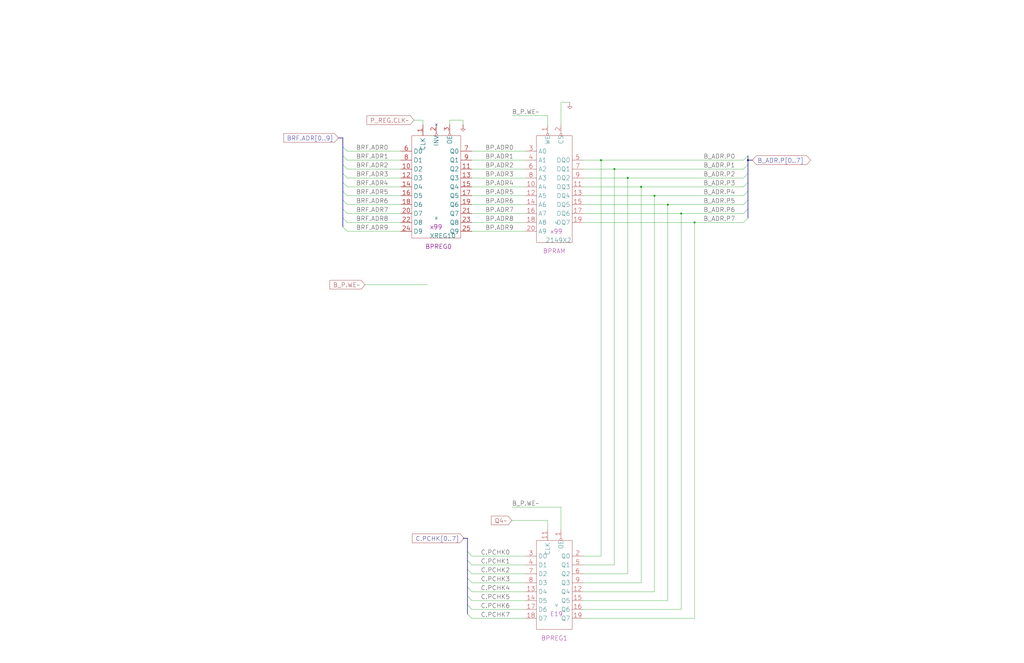
<source format=kicad_sch>
(kicad_sch (version 20220404) (generator eeschema)
  (paper "User" 584.2 378.46)
  (title_block (title "REGISTER FILE B PARITY") (date "22-MAR-90") (rev "1.0") (comment 1 "VALUE") (comment 2 "232-003063") (comment 3 "S400") (comment 4 "RELEASED"))
  (lib_symbols
    (symbol "r1000:2149X2" (pin_names (offset 1.016))
      (property "Reference" "U" (at 2.54 5.08 0))
      (property "Value" "2149X2" (at -3.81 -5.08 0))
      (property "Location" "___" (at -1.27 0 0))
      (property "Name" "______" (at 1.27 -12.7 0))
      (symbol "2149X2_1_1"
        (rectangle (start -8.89 54.61) (end 11.43 -6.35))
        (circle (center -2.54 55.245) (radius 0.635))
        (circle (center 5.08 55.245) (radius 0.635))
        (pin input line (at -2.54 60.96 270) (length 5.08) (name "WE") (number "1"))
        (pin input line (at -15.24 25.4 0) (length 6.35) (name "A4") (number "10"))
        (pin bidirectional line (at 17.78 25.4 180) (length 6.35) (name "DQ3") (number "11"))
        (pin input line (at -15.24 20.32 0) (length 6.35) (name "A5") (number "12"))
        (pin bidirectional line (at 17.78 20.32 180) (length 6.35) (name "DQ4") (number "13"))
        (pin input line (at -15.24 15.24 0) (length 6.35) (name "A6") (number "14"))
        (pin bidirectional line (at 17.78 15.24 180) (length 6.35) (name "DQ5") (number "15"))
        (pin input line (at -15.24 10.16 0) (length 6.35) (name "A7") (number "16"))
        (pin bidirectional line (at 17.78 10.16 180) (length 6.35) (name "DQ6") (number "17"))
        (pin input line (at -15.24 5.08 0) (length 6.35) (name "A8") (number "18"))
        (pin bidirectional line (at 17.78 5.08 180) (length 6.35) (name "DQ7") (number "19"))
        (pin input line (at 5.08 60.96 270) (length 5.08) (name "CS") (number "2"))
        (pin input line (at -15.24 0 0) (length 6.35) (name "A9") (number "20"))
        (pin input line (at -15.24 45.72 0) (length 6.35) (name "A0") (number "3"))
        (pin input line (at -15.24 40.64 0) (length 6.35) (name "A1") (number "4"))
        (pin bidirectional line (at 17.78 40.64 180) (length 6.35) (name "DQ0") (number "5"))
        (pin input line (at -15.24 35.56 0) (length 6.35) (name "A2") (number "6"))
        (pin bidirectional line (at 17.78 35.56 180) (length 6.35) (name "DQ1") (number "7"))
        (pin input line (at -15.24 30.48 0) (length 6.35) (name "A3") (number "8"))
        (pin bidirectional line (at 17.78 30.48 180) (length 6.35) (name "DQ2") (number "9"))
      )
    )
    (symbol "r1000:F374" (pin_names (offset 1.016))
      (property "Reference" "U" (at 2.54 5.08 0))
      (property "Value" "F374" (at -3.81 -7.62 0))
      (property "Location" "___" (at -1.27 0 0))
      (property "Name" "______" (at 1.27 -15.24 0))
      (symbol "F374_1_1"
        (rectangle (start -8.89 41.91) (end 11.43 -8.89))
        (circle (center 5.08 42.545) (radius 0.635))
        (pin input line (at 5.08 48.26 270) (length 5.08) (name "OE") (number "1"))
        (pin input line (at -2.54 48.26 270) (length 6.35) (name "CLK") (number "11"))
        (pin tri_state line (at 17.78 12.7 180) (length 6.35) (name "Q4") (number "12"))
        (pin input line (at -15.24 12.7 0) (length 6.35) (name "D4") (number "13"))
        (pin input line (at -15.24 7.62 0) (length 6.35) (name "D5") (number "14"))
        (pin tri_state line (at 17.78 7.62 180) (length 6.35) (name "Q5") (number "15"))
        (pin tri_state line (at 17.78 2.54 180) (length 6.35) (name "Q6") (number "16"))
        (pin input line (at -15.24 2.54 0) (length 6.35) (name "D6") (number "17"))
        (pin input line (at -15.24 -2.54 0) (length 6.35) (name "D7") (number "18"))
        (pin tri_state line (at 17.78 -2.54 180) (length 6.35) (name "Q7") (number "19"))
        (pin tri_state line (at 17.78 33.02 180) (length 6.35) (name "Q0") (number "2"))
        (pin input line (at -15.24 33.02 0) (length 6.35) (name "D0") (number "3"))
        (pin input line (at -15.24 27.94 0) (length 6.35) (name "D1") (number "4"))
        (pin tri_state line (at 17.78 27.94 180) (length 6.35) (name "Q1") (number "5"))
        (pin tri_state line (at 17.78 22.86 180) (length 6.35) (name "Q2") (number "6"))
        (pin input line (at -15.24 22.86 0) (length 6.35) (name "D2") (number "7"))
        (pin input line (at -15.24 17.78 0) (length 6.35) (name "D3") (number "8"))
        (pin tri_state line (at 17.78 17.78 180) (length 6.35) (name "Q3") (number "9"))
      )
    )
    (symbol "r1000:PD" (power) (pin_numbers hide) (pin_names hide) (in_bom no)
      (symbol "PD_0_1"
        (polyline (pts (xy 0 -2.54) (xy 1.27 -2.54) (xy 0 -3.81) (xy -1.27 -2.54) (xy 0 -2.54)) (stroke (width 0.1524)))
      )
      (symbol "PD_1_1"
        (pin power_in line (at 0 0 270) (length 2.54) (name "PD") (number "1"))
      )
    )
    (symbol "r1000:XREG10" (pin_names (offset 1.016))
      (property "Reference" "U" (at 2.54 5.08 0))
      (property "Value" "XREG10" (at -1.27 -5.08 0))
      (property "Location" "___" (at -1.27 0 0))
      (property "Name" "______" (at 3.81 -12.7 0))
      (symbol "XREG10_1_1"
        (rectangle (start -11.43 52.07) (end 16.51 -6.35))
        (circle (center 2.54 52.705) (radius 0.635))
        (circle (center 10.16 52.705) (radius 0.635))
        (pin input line (at -5.08 58.42 270) (length 6.35) (name "CLK") (number "1"))
        (pin input line (at -17.78 33.02 0) (length 6.35) (name "D2") (number "10"))
        (pin tri_state line (at 22.86 33.02 180) (length 6.35) (name "Q2") (number "11"))
        (pin input line (at -17.78 27.94 0) (length 6.35) (name "D3") (number "12"))
        (pin tri_state line (at 22.86 27.94 180) (length 6.35) (name "Q3") (number "13"))
        (pin input line (at -17.78 22.86 0) (length 6.35) (name "D4") (number "14"))
        (pin tri_state line (at 22.86 22.86 180) (length 6.35) (name "Q4") (number "15"))
        (pin input line (at -17.78 17.78 0) (length 6.35) (name "D5") (number "16"))
        (pin tri_state line (at 22.86 17.78 180) (length 6.35) (name "Q5") (number "17"))
        (pin input line (at -17.78 12.7 0) (length 6.35) (name "D6") (number "18"))
        (pin tri_state line (at 22.86 12.7 180) (length 6.35) (name "Q6") (number "19"))
        (pin input line (at 2.54 58.42 270) (length 5.08) (name "INV") (number "2"))
        (pin input line (at -17.78 7.62 0) (length 6.35) (name "D7") (number "20"))
        (pin tri_state line (at 22.86 7.62 180) (length 6.35) (name "Q7") (number "21"))
        (pin input line (at -17.78 2.54 0) (length 6.35) (name "D8") (number "22"))
        (pin tri_state line (at 22.86 2.54 180) (length 6.35) (name "Q8") (number "23"))
        (pin input line (at -17.78 -2.54 0) (length 6.35) (name "D9") (number "24"))
        (pin tri_state line (at 22.86 -2.54 180) (length 6.35) (name "Q9") (number "25"))
        (pin input line (at 10.16 58.42 270) (length 5.08) (name "OE") (number "3"))
        (pin input line (at -17.78 43.18 0) (length 6.35) (name "D0") (number "6"))
        (pin tri_state line (at 22.86 43.18 180) (length 6.35) (name "Q0") (number "7"))
        (pin input line (at -17.78 38.1 0) (length 6.35) (name "D1") (number "8"))
        (pin tri_state line (at 22.86 38.1 180) (length 6.35) (name "Q1") (number "9"))
      )
    )
  )
  (junction (at 426.72 91.44))
  (junction (at 388.62 121.92))
  (junction (at 396.24 127))
  (junction (at 358.14 101.6))
  (junction (at 350.52 96.52))
  (junction (at 365.76 106.68))
  (junction (at 381 116.84))
  (junction (at 342.9 91.44))
  (junction (at 373.38 111.76))
  (no_connect (at 248.92 71.12))
  (bus_entry (at 195.58 83.82) (size 2.54 2.54))
  (bus_entry (at 195.58 93.98) (size 2.54 2.54))
  (bus_entry (at 266.7 335.28) (size 2.54 2.54))
  (bus_entry (at 426.72 109.22) (size -2.54 2.54))
  (bus_entry (at 426.72 114.3) (size -2.54 2.54))
  (bus_entry (at 426.72 124.46) (size -2.54 2.54))
  (bus_entry (at 266.7 350.52) (size 2.54 2.54))
  (bus_entry (at 266.7 330.2) (size 2.54 2.54))
  (bus_entry (at 195.58 129.54) (size 2.54 2.54))
  (bus_entry (at 426.72 93.98) (size -2.54 2.54))
  (bus_entry (at 266.7 325.12) (size 2.54 2.54))
  (bus_entry (at 266.7 345.44) (size 2.54 2.54))
  (bus_entry (at 426.72 99.06) (size -2.54 2.54))
  (bus_entry (at 195.58 104.14) (size 2.54 2.54))
  (bus_entry (at 195.58 88.9) (size 2.54 2.54))
  (bus_entry (at 195.58 119.38) (size 2.54 2.54))
  (bus_entry (at 195.58 114.3) (size 2.54 2.54))
  (bus_entry (at 195.58 124.46) (size 2.54 2.54))
  (bus_entry (at 426.72 104.14) (size -2.54 2.54))
  (bus_entry (at 426.72 119.38) (size -2.54 2.54))
  (bus_entry (at 266.7 340.36) (size 2.54 2.54))
  (bus_entry (at 195.58 99.06) (size 2.54 2.54))
  (bus_entry (at 195.58 109.22) (size 2.54 2.54))
  (bus_entry (at 266.7 320.04) (size 2.54 2.54))
  (bus_entry (at 266.7 314.96) (size 2.54 2.54))
  (bus_entry (at 426.72 88.9) (size -2.54 2.54))
  (wire (pts (xy 332.74 127) (xy 396.24 127)))
  (wire (pts (xy 358.14 101.6) (xy 358.14 327.66)))
  (wire (pts (xy 269.24 342.9) (xy 299.72 342.9)))
  (bus (pts (xy 426.72 93.98) (xy 426.72 99.06)))
  (wire (pts (xy 342.9 91.44) (xy 424.18 91.44)))
  (wire (pts (xy 269.24 86.36) (xy 299.72 86.36)))
  (bus (pts (xy 266.7 320.04) (xy 266.7 325.12)))
  (wire (pts (xy 332.74 101.6) (xy 358.14 101.6)))
  (bus (pts (xy 195.58 114.3) (xy 195.58 119.38)))
  (bus (pts (xy 195.58 83.82) (xy 195.58 88.9)))
  (wire (pts (xy 241.3 68.58) (xy 241.3 71.12)))
  (bus (pts (xy 266.7 330.2) (xy 266.7 335.28)))
  (wire (pts (xy 198.12 116.84) (xy 228.6 116.84)))
  (wire (pts (xy 269.24 127) (xy 299.72 127)))
  (wire (pts (xy 198.12 91.44) (xy 228.6 91.44)))
  (wire (pts (xy 264.16 68.58) (xy 256.54 68.58)))
  (wire (pts (xy 365.76 332.74) (xy 365.76 106.68)))
  (wire (pts (xy 269.24 353.06) (xy 299.72 353.06)))
  (wire (pts (xy 198.12 127) (xy 228.6 127)))
  (wire (pts (xy 381 116.84) (xy 424.18 116.84)))
  (wire (pts (xy 269.24 322.58) (xy 299.72 322.58)))
  (wire (pts (xy 312.42 297.18) (xy 312.42 302.26)))
  (wire (pts (xy 312.42 66.04) (xy 312.42 71.12)))
  (bus (pts (xy 266.7 340.36) (xy 266.7 345.44)))
  (wire (pts (xy 373.38 111.76) (xy 424.18 111.76)))
  (bus (pts (xy 266.7 314.96) (xy 266.7 320.04)))
  (bus (pts (xy 195.58 88.9) (xy 195.58 93.98)))
  (wire (pts (xy 292.1 289.56) (xy 320.04 289.56)))
  (bus (pts (xy 193.04 78.74) (xy 195.58 78.74)))
  (wire (pts (xy 292.1 66.04) (xy 312.42 66.04)))
  (wire (pts (xy 269.24 96.52) (xy 299.72 96.52)))
  (wire (pts (xy 332.74 91.44) (xy 342.9 91.44)))
  (wire (pts (xy 264.16 71.12) (xy 264.16 68.58)))
  (wire (pts (xy 381 342.9) (xy 381 116.84)))
  (wire (pts (xy 269.24 111.76) (xy 299.72 111.76)))
  (wire (pts (xy 198.12 132.08) (xy 228.6 132.08)))
  (wire (pts (xy 388.62 121.92) (xy 388.62 347.98)))
  (wire (pts (xy 332.74 332.74) (xy 365.76 332.74)))
  (wire (pts (xy 332.74 121.92) (xy 388.62 121.92)))
  (bus (pts (xy 195.58 93.98) (xy 195.58 99.06)))
  (wire (pts (xy 269.24 327.66) (xy 299.72 327.66)))
  (wire (pts (xy 269.24 106.68) (xy 299.72 106.68)))
  (wire (pts (xy 292.1 297.18) (xy 312.42 297.18)))
  (wire (pts (xy 388.62 121.92) (xy 424.18 121.92)))
  (wire (pts (xy 269.24 116.84) (xy 299.72 116.84)))
  (bus (pts (xy 426.72 91.44) (xy 426.72 88.9)))
  (wire (pts (xy 198.12 101.6) (xy 228.6 101.6)))
  (bus (pts (xy 266.7 335.28) (xy 266.7 340.36)))
  (wire (pts (xy 396.24 353.06) (xy 396.24 127)))
  (wire (pts (xy 198.12 96.52) (xy 228.6 96.52)))
  (wire (pts (xy 388.62 347.98) (xy 332.74 347.98)))
  (wire (pts (xy 269.24 121.92) (xy 299.72 121.92)))
  (wire (pts (xy 373.38 337.82) (xy 332.74 337.82)))
  (wire (pts (xy 208.28 162.56) (xy 243.84 162.56)))
  (wire (pts (xy 269.24 332.74) (xy 299.72 332.74)))
  (wire (pts (xy 332.74 353.06) (xy 396.24 353.06)))
  (bus (pts (xy 426.72 114.3) (xy 426.72 119.38)))
  (wire (pts (xy 269.24 337.82) (xy 299.72 337.82)))
  (bus (pts (xy 195.58 119.38) (xy 195.58 124.46)))
  (wire (pts (xy 332.74 322.58) (xy 350.52 322.58)))
  (bus (pts (xy 426.72 119.38) (xy 426.72 124.46)))
  (bus (pts (xy 426.72 109.22) (xy 426.72 114.3)))
  (wire (pts (xy 269.24 132.08) (xy 299.72 132.08)))
  (bus (pts (xy 266.7 345.44) (xy 266.7 350.52)))
  (wire (pts (xy 198.12 111.76) (xy 228.6 111.76)))
  (wire (pts (xy 332.74 111.76) (xy 373.38 111.76)))
  (bus (pts (xy 266.7 325.12) (xy 266.7 330.2)))
  (wire (pts (xy 198.12 86.36) (xy 228.6 86.36)))
  (bus (pts (xy 195.58 78.74) (xy 195.58 83.82)))
  (wire (pts (xy 236.22 68.58) (xy 241.3 68.58)))
  (wire (pts (xy 396.24 127) (xy 424.18 127)))
  (wire (pts (xy 269.24 101.6) (xy 299.72 101.6)))
  (wire (pts (xy 325.12 58.42) (xy 320.04 58.42)))
  (wire (pts (xy 342.9 317.5) (xy 332.74 317.5)))
  (wire (pts (xy 320.04 289.56) (xy 320.04 302.26)))
  (bus (pts (xy 426.72 91.44) (xy 426.72 93.98)))
  (wire (pts (xy 373.38 111.76) (xy 373.38 337.82)))
  (wire (pts (xy 198.12 121.92) (xy 228.6 121.92)))
  (wire (pts (xy 332.74 106.68) (xy 365.76 106.68)))
  (wire (pts (xy 269.24 91.44) (xy 299.72 91.44)))
  (wire (pts (xy 350.52 96.52) (xy 424.18 96.52)))
  (bus (pts (xy 266.7 307.34) (xy 266.7 314.96)))
  (bus (pts (xy 426.72 104.14) (xy 426.72 109.22)))
  (bus (pts (xy 426.72 91.44) (xy 429.26 91.44)))
  (wire (pts (xy 332.74 342.9) (xy 381 342.9)))
  (wire (pts (xy 320.04 58.42) (xy 320.04 71.12)))
  (wire (pts (xy 365.76 106.68) (xy 424.18 106.68)))
  (bus (pts (xy 426.72 99.06) (xy 426.72 104.14)))
  (bus (pts (xy 195.58 124.46) (xy 195.58 129.54)))
  (wire (pts (xy 358.14 327.66) (xy 332.74 327.66)))
  (wire (pts (xy 332.74 116.84) (xy 381 116.84)))
  (wire (pts (xy 256.54 68.58) (xy 256.54 71.12)))
  (bus (pts (xy 195.58 104.14) (xy 195.58 109.22)))
  (bus (pts (xy 264.16 307.34) (xy 266.7 307.34)))
  (wire (pts (xy 198.12 106.68) (xy 228.6 106.68)))
  (wire (pts (xy 350.52 322.58) (xy 350.52 96.52)))
  (wire (pts (xy 269.24 317.5) (xy 299.72 317.5)))
  (wire (pts (xy 269.24 347.98) (xy 299.72 347.98)))
  (bus (pts (xy 195.58 99.06) (xy 195.58 104.14)))
  (wire (pts (xy 358.14 101.6) (xy 424.18 101.6)))
  (bus (pts (xy 195.58 109.22) (xy 195.58 114.3)))
  (wire (pts (xy 342.9 91.44) (xy 342.9 317.5)))
  (wire (pts (xy 332.74 96.52) (xy 350.52 96.52)))
  (label "BRF.ADR0" (at 203.2 86.36 0) (effects (font (size 2.54 2.54))))
  (label "BRF.ADR2" (at 203.2 96.52 0) (effects (font (size 2.54 2.54))))
  (label "B_ADR.P1" (at 401.32 96.52 0) (effects (font (size 2.54 2.54))))
  (label "BP.ADR9" (at 276.86 132.08 0) (effects (font (size 2.54 2.54))))
  (label "BRF.ADR6" (at 203.2 116.84 0) (effects (font (size 2.54 2.54))))
  (label "BRF.ADR8" (at 203.2 127 0) (effects (font (size 2.54 2.54))))
  (label "C.PCHK7" (at 274.32 353.06 0) (effects (font (size 2.54 2.54))))
  (label "C.PCHK3" (at 274.32 332.74 0) (effects (font (size 2.54 2.54))))
  (label "B_ADR.P0" (at 401.32 91.44 0) (effects (font (size 2.54 2.54))))
  (label "C.PCHK4" (at 274.32 337.82 0) (effects (font (size 2.54 2.54))))
  (label "B_ADR.P5" (at 401.32 116.84 0) (effects (font (size 2.54 2.54))))
  (label "B_ADR.P7" (at 401.32 127 0) (effects (font (size 2.54 2.54))))
  (label "BP.ADR1" (at 276.86 91.44 0) (effects (font (size 2.54 2.54))))
  (label "B_ADR.P3" (at 401.32 106.68 0) (effects (font (size 2.54 2.54))))
  (label "BP.ADR8" (at 276.86 127 0) (effects (font (size 2.54 2.54))))
  (label "C.PCHK6" (at 274.32 347.98 0) (effects (font (size 2.54 2.54))))
  (label "C.PCHK2" (at 274.32 327.66 0) (effects (font (size 2.54 2.54))))
  (label "B_P.WE~" (at 292.1 66.04 0) (effects (font (size 2.54 2.54))))
  (label "B_ADR.P2" (at 401.32 101.6 0) (effects (font (size 2.54 2.54))))
  (label "BRF.ADR3" (at 203.2 101.6 0) (effects (font (size 2.54 2.54))))
  (label "B_ADR.P6" (at 401.32 121.92 0) (effects (font (size 2.54 2.54))))
  (label "C.PCHK5" (at 274.32 342.9 0) (effects (font (size 2.54 2.54))))
  (label "BP.ADR2" (at 276.86 96.52 0) (effects (font (size 2.54 2.54))))
  (label "BRF.ADR4" (at 203.2 106.68 0) (effects (font (size 2.54 2.54))))
  (label "BP.ADR4" (at 276.86 106.68 0) (effects (font (size 2.54 2.54))))
  (label "BP.ADR7" (at 276.86 121.92 0) (effects (font (size 2.54 2.54))))
  (label "BRF.ADR9" (at 203.2 132.08 0) (effects (font (size 2.54 2.54))))
  (label "BP.ADR5" (at 276.86 111.76 0) (effects (font (size 2.54 2.54))))
  (label "B_ADR.P4" (at 401.32 111.76 0) (effects (font (size 2.54 2.54))))
  (label "BRF.ADR1" (at 203.2 91.44 0) (effects (font (size 2.54 2.54))))
  (label "B_P.WE~" (at 292.1 289.56 0) (effects (font (size 2.54 2.54))))
  (label "BP.ADR0" (at 276.86 86.36 0) (effects (font (size 2.54 2.54))))
  (label "BP.ADR6" (at 276.86 116.84 0) (effects (font (size 2.54 2.54))))
  (label "BP.ADR3" (at 276.86 101.6 0) (effects (font (size 2.54 2.54))))
  (label "BRF.ADR5" (at 203.2 111.76 0) (effects (font (size 2.54 2.54))))
  (label "C.PCHK0" (at 274.32 317.5 0) (effects (font (size 2.54 2.54))))
  (label "BRF.ADR7" (at 203.2 121.92 0) (effects (font (size 2.54 2.54))))
  (label "C.PCHK1" (at 274.32 322.58 0) (effects (font (size 2.54 2.54))))
  (global_label "P_REG.CLK~" (shape input) (at 236.22 68.58 180) (effects (font (size 2.54 2.54))) (property "Intersheet References" "${INTERSHEET_REFS}" (at 209.3807 68.4213 0) (effects (font (size 1.905 1.905)) (justify right))))
  (global_label "C.PCHK[0..7]" (shape input) (at 264.7911 307.34 180) (effects (font (size 2.54 2.54))) (property "Intersheet References" "${INTERSHEET_REFS}" (at 235.2908 307.1813 0) (effects (font (size 1.905 1.905)) (justify right))))
  (global_label "B_P.WE~" (shape input) (at 208.28 162.56 180) (effects (font (size 2.54 2.54))) (property "Intersheet References" "${INTERSHEET_REFS}" (at 188.214 162.4013 0) (effects (font (size 1.905 1.905)) (justify right))))
  (global_label "BRF.ADR[0..9]" (shape input) (at 193.04 78.74 180) (effects (font (size 2.54 2.54))) (property "Intersheet References" "${INTERSHEET_REFS}" (at 161.1798 78.74 0) (effects (font (size 1.905 1.905)) (justify right))))
  (global_label "B_ADR.P[0..7]" (shape bidirectional) (at 429.26 91.44 0) (effects (font (size 2.54 2.54))) (property "Intersheet References" "${INTERSHEET_REFS}" (at 460.2117 91.2813 0) (effects (font (size 1.905 1.905)) (justify left))))
  (global_label "Q4~" (shape input) (at 292.1 297.18 180) (effects (font (size 2.54 2.54))) (property "Intersheet References" "${INTERSHEET_REFS}" (at 274.2111 297.0213 0) (effects (font (size 1.905 1.905)) (justify right))))
  (symbol (lib_id "r1000:PD") (at 264.16 71.12 0) (unit 1) (in_bom no)
    (default_instance (reference "U") (unit 1) (value "") (footprint ""))
    (property "Reference" "U" (effects hide))
  )
  (symbol (lib_id "r1000:PD") (at 325.12 58.42 0) (unit 1) (in_bom no)
    (default_instance (reference "U") (unit 1) (value "") (footprint ""))
    (property "Reference" "U" (effects hide))
  )
  (symbol (lib_id "r1000:2149X2") (at 314.96 132.08 0) (unit 1)
    (default_instance (reference "U") (unit 1) (value "2149X2") (footprint ""))
    (property "Reference" "U" (at 317.5 127 0))
    (property "Value" "2149X2" (at 311.15 137.16 0) (effects (font (size 2.54 2.54)) (justify left)))
    (property "Location" "x99" (at 313.69 132.08 0) (effects (font (size 2.54 2.54)) (justify left)))
    (property "Name" "BPRAM" (at 316.23 144.78 0) (effects (font (size 2.54 2.54)) (justify bottom)))
  )
  (symbol (lib_id "r1000:XREG10") (at 246.38 129.54 0) (unit 1)
    (default_instance (reference "U") (unit 1) (value "XREG10") (footprint ""))
    (property "Reference" "U" (at 248.92 124.46 0))
    (property "Value" "XREG10" (at 245.11 134.62 0) (effects (font (size 2.54 2.54)) (justify left)))
    (property "Location" "x99" (at 245.11 129.54 0) (effects (font (size 2.54 2.54)) (justify left)))
    (property "Name" "BPREG0" (at 250.19 142.24 0) (effects (font (size 2.54 2.54)) (justify bottom)))
  )
  (symbol (lib_id "r1000:F374") (at 314.96 350.52 0) (unit 1)
    (default_instance (reference "U") (unit 1) (value "") (footprint ""))
    (property "Reference" "U" (at 317.5 345.44 0))
    (property "Location" "E19" (at 313.69 350.52 0) (effects (font (size 2.54 2.54)) (justify left)))
    (property "Name" "BPREG1" (at 316.23 365.76 0) (effects (font (size 2.54 2.54)) (justify bottom)))
  )
)
</source>
